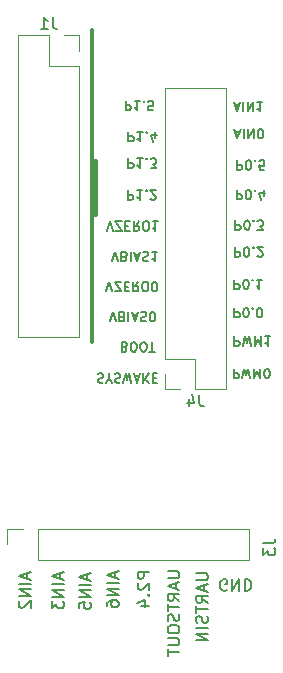
<source format=gbr>
G04 #@! TF.GenerationSoftware,KiCad,Pcbnew,(5.1.2)-1*
G04 #@! TF.CreationDate,2022-05-17T10:22:14-05:00*
G04 #@! TF.ProjectId,jtag_gpio_breakout,6a746167-5f67-4706-996f-5f627265616b,rev?*
G04 #@! TF.SameCoordinates,Original*
G04 #@! TF.FileFunction,Legend,Bot*
G04 #@! TF.FilePolarity,Positive*
%FSLAX46Y46*%
G04 Gerber Fmt 4.6, Leading zero omitted, Abs format (unit mm)*
G04 Created by KiCad (PCBNEW (5.1.2)-1) date 2022-05-17 10:22:14*
%MOMM*%
%LPD*%
G04 APERTURE LIST*
%ADD10C,0.150000*%
%ADD11C,0.300000*%
%ADD12C,0.200000*%
%ADD13C,0.120000*%
G04 APERTURE END LIST*
D10*
X149788095Y-111288095D02*
X149788095Y-112088095D01*
X150092857Y-112088095D01*
X150169047Y-112050000D01*
X150207142Y-112011904D01*
X150245238Y-111935714D01*
X150245238Y-111821428D01*
X150207142Y-111745238D01*
X150169047Y-111707142D01*
X150092857Y-111669047D01*
X149788095Y-111669047D01*
X150740476Y-112088095D02*
X150816666Y-112088095D01*
X150892857Y-112050000D01*
X150930952Y-112011904D01*
X150969047Y-111935714D01*
X151007142Y-111783333D01*
X151007142Y-111592857D01*
X150969047Y-111440476D01*
X150930952Y-111364285D01*
X150892857Y-111326190D01*
X150816666Y-111288095D01*
X150740476Y-111288095D01*
X150664285Y-111326190D01*
X150626190Y-111364285D01*
X150588095Y-111440476D01*
X150550000Y-111592857D01*
X150550000Y-111783333D01*
X150588095Y-111935714D01*
X150626190Y-112011904D01*
X150664285Y-112050000D01*
X150740476Y-112088095D01*
X151350000Y-111364285D02*
X151388095Y-111326190D01*
X151350000Y-111288095D01*
X151311904Y-111326190D01*
X151350000Y-111364285D01*
X151350000Y-111288095D01*
X151692857Y-112011904D02*
X151730952Y-112050000D01*
X151807142Y-112088095D01*
X151997619Y-112088095D01*
X152073809Y-112050000D01*
X152111904Y-112011904D01*
X152150000Y-111935714D01*
X152150000Y-111859523D01*
X152111904Y-111745238D01*
X151654761Y-111288095D01*
X152150000Y-111288095D01*
D11*
X138000000Y-108600000D02*
X137700000Y-108600000D01*
X138000000Y-104000000D02*
X137700000Y-104000000D01*
X138000000Y-104000000D02*
X138000000Y-108600000D01*
X137700000Y-92950000D02*
X137700000Y-119350000D01*
D12*
X146502380Y-138916666D02*
X147311904Y-138916666D01*
X147407142Y-138964285D01*
X147454761Y-139011904D01*
X147502380Y-139107142D01*
X147502380Y-139297619D01*
X147454761Y-139392857D01*
X147407142Y-139440476D01*
X147311904Y-139488095D01*
X146502380Y-139488095D01*
X147216666Y-139916666D02*
X147216666Y-140392857D01*
X147502380Y-139821428D02*
X146502380Y-140154761D01*
X147502380Y-140488095D01*
X147502380Y-141392857D02*
X147026190Y-141059523D01*
X147502380Y-140821428D02*
X146502380Y-140821428D01*
X146502380Y-141202380D01*
X146550000Y-141297619D01*
X146597619Y-141345238D01*
X146692857Y-141392857D01*
X146835714Y-141392857D01*
X146930952Y-141345238D01*
X146978571Y-141297619D01*
X147026190Y-141202380D01*
X147026190Y-140821428D01*
X146502380Y-141678571D02*
X146502380Y-142250000D01*
X147502380Y-141964285D02*
X146502380Y-141964285D01*
X147454761Y-142535714D02*
X147502380Y-142678571D01*
X147502380Y-142916666D01*
X147454761Y-143011904D01*
X147407142Y-143059523D01*
X147311904Y-143107142D01*
X147216666Y-143107142D01*
X147121428Y-143059523D01*
X147073809Y-143011904D01*
X147026190Y-142916666D01*
X146978571Y-142726190D01*
X146930952Y-142630952D01*
X146883333Y-142583333D01*
X146788095Y-142535714D01*
X146692857Y-142535714D01*
X146597619Y-142583333D01*
X146550000Y-142630952D01*
X146502380Y-142726190D01*
X146502380Y-142964285D01*
X146550000Y-143107142D01*
X147502380Y-143535714D02*
X146502380Y-143535714D01*
X147502380Y-144011904D02*
X146502380Y-144011904D01*
X147502380Y-144583333D01*
X146502380Y-144583333D01*
X144102380Y-138750000D02*
X144911904Y-138750000D01*
X145007142Y-138797619D01*
X145054761Y-138845238D01*
X145102380Y-138940476D01*
X145102380Y-139130952D01*
X145054761Y-139226190D01*
X145007142Y-139273809D01*
X144911904Y-139321428D01*
X144102380Y-139321428D01*
X144816666Y-139750000D02*
X144816666Y-140226190D01*
X145102380Y-139654761D02*
X144102380Y-139988095D01*
X145102380Y-140321428D01*
X145102380Y-141226190D02*
X144626190Y-140892857D01*
X145102380Y-140654761D02*
X144102380Y-140654761D01*
X144102380Y-141035714D01*
X144150000Y-141130952D01*
X144197619Y-141178571D01*
X144292857Y-141226190D01*
X144435714Y-141226190D01*
X144530952Y-141178571D01*
X144578571Y-141130952D01*
X144626190Y-141035714D01*
X144626190Y-140654761D01*
X144102380Y-141511904D02*
X144102380Y-142083333D01*
X145102380Y-141797619D02*
X144102380Y-141797619D01*
X145054761Y-142369047D02*
X145102380Y-142511904D01*
X145102380Y-142750000D01*
X145054761Y-142845238D01*
X145007142Y-142892857D01*
X144911904Y-142940476D01*
X144816666Y-142940476D01*
X144721428Y-142892857D01*
X144673809Y-142845238D01*
X144626190Y-142750000D01*
X144578571Y-142559523D01*
X144530952Y-142464285D01*
X144483333Y-142416666D01*
X144388095Y-142369047D01*
X144292857Y-142369047D01*
X144197619Y-142416666D01*
X144150000Y-142464285D01*
X144102380Y-142559523D01*
X144102380Y-142797619D01*
X144150000Y-142940476D01*
X144102380Y-143559523D02*
X144102380Y-143750000D01*
X144150000Y-143845238D01*
X144245238Y-143940476D01*
X144435714Y-143988095D01*
X144769047Y-143988095D01*
X144959523Y-143940476D01*
X145054761Y-143845238D01*
X145102380Y-143750000D01*
X145102380Y-143559523D01*
X145054761Y-143464285D01*
X144959523Y-143369047D01*
X144769047Y-143321428D01*
X144435714Y-143321428D01*
X144245238Y-143369047D01*
X144150000Y-143464285D01*
X144102380Y-143559523D01*
X144102380Y-144416666D02*
X144911904Y-144416666D01*
X145007142Y-144464285D01*
X145054761Y-144511904D01*
X145102380Y-144607142D01*
X145102380Y-144797619D01*
X145054761Y-144892857D01*
X145007142Y-144940476D01*
X144911904Y-144988095D01*
X144102380Y-144988095D01*
X144102380Y-145321428D02*
X144102380Y-145892857D01*
X145102380Y-145607142D02*
X144102380Y-145607142D01*
D10*
X149088095Y-140350000D02*
X148992857Y-140397619D01*
X148850000Y-140397619D01*
X148707142Y-140350000D01*
X148611904Y-140254761D01*
X148564285Y-140159523D01*
X148516666Y-139969047D01*
X148516666Y-139826190D01*
X148564285Y-139635714D01*
X148611904Y-139540476D01*
X148707142Y-139445238D01*
X148850000Y-139397619D01*
X148945238Y-139397619D01*
X149088095Y-139445238D01*
X149135714Y-139492857D01*
X149135714Y-139826190D01*
X148945238Y-139826190D01*
X149564285Y-139397619D02*
X149564285Y-140397619D01*
X150135714Y-139397619D01*
X150135714Y-140397619D01*
X150611904Y-139397619D02*
X150611904Y-140397619D01*
X150850000Y-140397619D01*
X150992857Y-140350000D01*
X151088095Y-140254761D01*
X151135714Y-140159523D01*
X151183333Y-139969047D01*
X151183333Y-139826190D01*
X151135714Y-139635714D01*
X151088095Y-139540476D01*
X150992857Y-139445238D01*
X150850000Y-139397619D01*
X150611904Y-139397619D01*
X132216666Y-138873809D02*
X132216666Y-139350000D01*
X132502380Y-138778571D02*
X131502380Y-139111904D01*
X132502380Y-139445238D01*
X132502380Y-139778571D02*
X131502380Y-139778571D01*
X132502380Y-140254761D02*
X131502380Y-140254761D01*
X132502380Y-140826190D01*
X131502380Y-140826190D01*
X131597619Y-141254761D02*
X131550000Y-141302380D01*
X131502380Y-141397619D01*
X131502380Y-141635714D01*
X131550000Y-141730952D01*
X131597619Y-141778571D01*
X131692857Y-141826190D01*
X131788095Y-141826190D01*
X131930952Y-141778571D01*
X132502380Y-141207142D01*
X132502380Y-141826190D01*
X135016666Y-138923809D02*
X135016666Y-139400000D01*
X135302380Y-138828571D02*
X134302380Y-139161904D01*
X135302380Y-139495238D01*
X135302380Y-139828571D02*
X134302380Y-139828571D01*
X135302380Y-140304761D02*
X134302380Y-140304761D01*
X135302380Y-140876190D01*
X134302380Y-140876190D01*
X134302380Y-141257142D02*
X134302380Y-141876190D01*
X134683333Y-141542857D01*
X134683333Y-141685714D01*
X134730952Y-141780952D01*
X134778571Y-141828571D01*
X134873809Y-141876190D01*
X135111904Y-141876190D01*
X135207142Y-141828571D01*
X135254761Y-141780952D01*
X135302380Y-141685714D01*
X135302380Y-141400000D01*
X135254761Y-141304761D01*
X135207142Y-141257142D01*
X137316666Y-138973809D02*
X137316666Y-139450000D01*
X137602380Y-138878571D02*
X136602380Y-139211904D01*
X137602380Y-139545238D01*
X137602380Y-139878571D02*
X136602380Y-139878571D01*
X137602380Y-140354761D02*
X136602380Y-140354761D01*
X137602380Y-140926190D01*
X136602380Y-140926190D01*
X136602380Y-141878571D02*
X136602380Y-141402380D01*
X137078571Y-141354761D01*
X137030952Y-141402380D01*
X136983333Y-141497619D01*
X136983333Y-141735714D01*
X137030952Y-141830952D01*
X137078571Y-141878571D01*
X137173809Y-141926190D01*
X137411904Y-141926190D01*
X137507142Y-141878571D01*
X137554761Y-141830952D01*
X137602380Y-141735714D01*
X137602380Y-141497619D01*
X137554761Y-141402380D01*
X137507142Y-141354761D01*
X139666666Y-138823809D02*
X139666666Y-139300000D01*
X139952380Y-138728571D02*
X138952380Y-139061904D01*
X139952380Y-139395238D01*
X139952380Y-139728571D02*
X138952380Y-139728571D01*
X139952380Y-140204761D02*
X138952380Y-140204761D01*
X139952380Y-140776190D01*
X138952380Y-140776190D01*
X138952380Y-141680952D02*
X138952380Y-141490476D01*
X139000000Y-141395238D01*
X139047619Y-141347619D01*
X139190476Y-141252380D01*
X139380952Y-141204761D01*
X139761904Y-141204761D01*
X139857142Y-141252380D01*
X139904761Y-141300000D01*
X139952380Y-141395238D01*
X139952380Y-141585714D01*
X139904761Y-141680952D01*
X139857142Y-141728571D01*
X139761904Y-141776190D01*
X139523809Y-141776190D01*
X139428571Y-141728571D01*
X139380952Y-141680952D01*
X139333333Y-141585714D01*
X139333333Y-141395238D01*
X139380952Y-141300000D01*
X139428571Y-141252380D01*
X139523809Y-141204761D01*
X142552380Y-138797619D02*
X141552380Y-138797619D01*
X141552380Y-139178571D01*
X141600000Y-139273809D01*
X141647619Y-139321428D01*
X141742857Y-139369047D01*
X141885714Y-139369047D01*
X141980952Y-139321428D01*
X142028571Y-139273809D01*
X142076190Y-139178571D01*
X142076190Y-138797619D01*
X141647619Y-139750000D02*
X141600000Y-139797619D01*
X141552380Y-139892857D01*
X141552380Y-140130952D01*
X141600000Y-140226190D01*
X141647619Y-140273809D01*
X141742857Y-140321428D01*
X141838095Y-140321428D01*
X141980952Y-140273809D01*
X142552380Y-139702380D01*
X142552380Y-140321428D01*
X142457142Y-140750000D02*
X142504761Y-140797619D01*
X142552380Y-140750000D01*
X142504761Y-140702380D01*
X142457142Y-140750000D01*
X142552380Y-140750000D01*
X141885714Y-141654761D02*
X142552380Y-141654761D01*
X141504761Y-141416666D02*
X142219047Y-141178571D01*
X142219047Y-141797619D01*
X149769047Y-99216666D02*
X150150000Y-99216666D01*
X149692857Y-98988095D02*
X149959523Y-99788095D01*
X150226190Y-98988095D01*
X150492857Y-98988095D02*
X150492857Y-99788095D01*
X150873809Y-98988095D02*
X150873809Y-99788095D01*
X151330952Y-98988095D01*
X151330952Y-99788095D01*
X152130952Y-98988095D02*
X151673809Y-98988095D01*
X151902380Y-98988095D02*
X151902380Y-99788095D01*
X151826190Y-99673809D01*
X151750000Y-99597619D01*
X151673809Y-99559523D01*
X149819047Y-101516666D02*
X150200000Y-101516666D01*
X149742857Y-101288095D02*
X150009523Y-102088095D01*
X150276190Y-101288095D01*
X150542857Y-101288095D02*
X150542857Y-102088095D01*
X150923809Y-101288095D02*
X150923809Y-102088095D01*
X151380952Y-101288095D01*
X151380952Y-102088095D01*
X151914285Y-102088095D02*
X151990476Y-102088095D01*
X152066666Y-102050000D01*
X152104761Y-102011904D01*
X152142857Y-101935714D01*
X152180952Y-101783333D01*
X152180952Y-101592857D01*
X152142857Y-101440476D01*
X152104761Y-101364285D01*
X152066666Y-101326190D01*
X151990476Y-101288095D01*
X151914285Y-101288095D01*
X151838095Y-101326190D01*
X151800000Y-101364285D01*
X151761904Y-101440476D01*
X151723809Y-101592857D01*
X151723809Y-101783333D01*
X151761904Y-101935714D01*
X151800000Y-102011904D01*
X151838095Y-102050000D01*
X151914285Y-102088095D01*
X149938095Y-103938095D02*
X149938095Y-104738095D01*
X150242857Y-104738095D01*
X150319047Y-104700000D01*
X150357142Y-104661904D01*
X150395238Y-104585714D01*
X150395238Y-104471428D01*
X150357142Y-104395238D01*
X150319047Y-104357142D01*
X150242857Y-104319047D01*
X149938095Y-104319047D01*
X150890476Y-104738095D02*
X150966666Y-104738095D01*
X151042857Y-104700000D01*
X151080952Y-104661904D01*
X151119047Y-104585714D01*
X151157142Y-104433333D01*
X151157142Y-104242857D01*
X151119047Y-104090476D01*
X151080952Y-104014285D01*
X151042857Y-103976190D01*
X150966666Y-103938095D01*
X150890476Y-103938095D01*
X150814285Y-103976190D01*
X150776190Y-104014285D01*
X150738095Y-104090476D01*
X150700000Y-104242857D01*
X150700000Y-104433333D01*
X150738095Y-104585714D01*
X150776190Y-104661904D01*
X150814285Y-104700000D01*
X150890476Y-104738095D01*
X151500000Y-104014285D02*
X151538095Y-103976190D01*
X151500000Y-103938095D01*
X151461904Y-103976190D01*
X151500000Y-104014285D01*
X151500000Y-103938095D01*
X152261904Y-104738095D02*
X151880952Y-104738095D01*
X151842857Y-104357142D01*
X151880952Y-104395238D01*
X151957142Y-104433333D01*
X152147619Y-104433333D01*
X152223809Y-104395238D01*
X152261904Y-104357142D01*
X152300000Y-104280952D01*
X152300000Y-104090476D01*
X152261904Y-104014285D01*
X152223809Y-103976190D01*
X152147619Y-103938095D01*
X151957142Y-103938095D01*
X151880952Y-103976190D01*
X151842857Y-104014285D01*
X149938095Y-106438095D02*
X149938095Y-107238095D01*
X150242857Y-107238095D01*
X150319047Y-107200000D01*
X150357142Y-107161904D01*
X150395238Y-107085714D01*
X150395238Y-106971428D01*
X150357142Y-106895238D01*
X150319047Y-106857142D01*
X150242857Y-106819047D01*
X149938095Y-106819047D01*
X150890476Y-107238095D02*
X150966666Y-107238095D01*
X151042857Y-107200000D01*
X151080952Y-107161904D01*
X151119047Y-107085714D01*
X151157142Y-106933333D01*
X151157142Y-106742857D01*
X151119047Y-106590476D01*
X151080952Y-106514285D01*
X151042857Y-106476190D01*
X150966666Y-106438095D01*
X150890476Y-106438095D01*
X150814285Y-106476190D01*
X150776190Y-106514285D01*
X150738095Y-106590476D01*
X150700000Y-106742857D01*
X150700000Y-106933333D01*
X150738095Y-107085714D01*
X150776190Y-107161904D01*
X150814285Y-107200000D01*
X150890476Y-107238095D01*
X151500000Y-106514285D02*
X151538095Y-106476190D01*
X151500000Y-106438095D01*
X151461904Y-106476190D01*
X151500000Y-106514285D01*
X151500000Y-106438095D01*
X152223809Y-106971428D02*
X152223809Y-106438095D01*
X152033333Y-107276190D02*
X151842857Y-106704761D01*
X152338095Y-106704761D01*
X149838095Y-109030795D02*
X149838095Y-109830795D01*
X150142857Y-109830795D01*
X150219047Y-109792700D01*
X150257142Y-109754604D01*
X150295238Y-109678414D01*
X150295238Y-109564128D01*
X150257142Y-109487938D01*
X150219047Y-109449842D01*
X150142857Y-109411747D01*
X149838095Y-109411747D01*
X150790476Y-109830795D02*
X150866666Y-109830795D01*
X150942857Y-109792700D01*
X150980952Y-109754604D01*
X151019047Y-109678414D01*
X151057142Y-109526033D01*
X151057142Y-109335557D01*
X151019047Y-109183176D01*
X150980952Y-109106985D01*
X150942857Y-109068890D01*
X150866666Y-109030795D01*
X150790476Y-109030795D01*
X150714285Y-109068890D01*
X150676190Y-109106985D01*
X150638095Y-109183176D01*
X150600000Y-109335557D01*
X150600000Y-109526033D01*
X150638095Y-109678414D01*
X150676190Y-109754604D01*
X150714285Y-109792700D01*
X150790476Y-109830795D01*
X151400000Y-109106985D02*
X151438095Y-109068890D01*
X151400000Y-109030795D01*
X151361904Y-109068890D01*
X151400000Y-109106985D01*
X151400000Y-109030795D01*
X151704761Y-109830795D02*
X152200000Y-109830795D01*
X151933333Y-109526033D01*
X152047619Y-109526033D01*
X152123809Y-109487938D01*
X152161904Y-109449842D01*
X152200000Y-109373652D01*
X152200000Y-109183176D01*
X152161904Y-109106985D01*
X152123809Y-109068890D01*
X152047619Y-109030795D01*
X151819047Y-109030795D01*
X151742857Y-109068890D01*
X151704761Y-109106985D01*
X149738095Y-114038095D02*
X149738095Y-114838095D01*
X150042857Y-114838095D01*
X150119047Y-114800000D01*
X150157142Y-114761904D01*
X150195238Y-114685714D01*
X150195238Y-114571428D01*
X150157142Y-114495238D01*
X150119047Y-114457142D01*
X150042857Y-114419047D01*
X149738095Y-114419047D01*
X150690476Y-114838095D02*
X150766666Y-114838095D01*
X150842857Y-114800000D01*
X150880952Y-114761904D01*
X150919047Y-114685714D01*
X150957142Y-114533333D01*
X150957142Y-114342857D01*
X150919047Y-114190476D01*
X150880952Y-114114285D01*
X150842857Y-114076190D01*
X150766666Y-114038095D01*
X150690476Y-114038095D01*
X150614285Y-114076190D01*
X150576190Y-114114285D01*
X150538095Y-114190476D01*
X150500000Y-114342857D01*
X150500000Y-114533333D01*
X150538095Y-114685714D01*
X150576190Y-114761904D01*
X150614285Y-114800000D01*
X150690476Y-114838095D01*
X151300000Y-114114285D02*
X151338095Y-114076190D01*
X151300000Y-114038095D01*
X151261904Y-114076190D01*
X151300000Y-114114285D01*
X151300000Y-114038095D01*
X152100000Y-114038095D02*
X151642857Y-114038095D01*
X151871428Y-114038095D02*
X151871428Y-114838095D01*
X151795238Y-114723809D01*
X151719047Y-114647619D01*
X151642857Y-114609523D01*
X149738095Y-116438095D02*
X149738095Y-117238095D01*
X150042857Y-117238095D01*
X150119047Y-117200000D01*
X150157142Y-117161904D01*
X150195238Y-117085714D01*
X150195238Y-116971428D01*
X150157142Y-116895238D01*
X150119047Y-116857142D01*
X150042857Y-116819047D01*
X149738095Y-116819047D01*
X150690476Y-117238095D02*
X150766666Y-117238095D01*
X150842857Y-117200000D01*
X150880952Y-117161904D01*
X150919047Y-117085714D01*
X150957142Y-116933333D01*
X150957142Y-116742857D01*
X150919047Y-116590476D01*
X150880952Y-116514285D01*
X150842857Y-116476190D01*
X150766666Y-116438095D01*
X150690476Y-116438095D01*
X150614285Y-116476190D01*
X150576190Y-116514285D01*
X150538095Y-116590476D01*
X150500000Y-116742857D01*
X150500000Y-116933333D01*
X150538095Y-117085714D01*
X150576190Y-117161904D01*
X150614285Y-117200000D01*
X150690476Y-117238095D01*
X151300000Y-116514285D02*
X151338095Y-116476190D01*
X151300000Y-116438095D01*
X151261904Y-116476190D01*
X151300000Y-116514285D01*
X151300000Y-116438095D01*
X151833333Y-117238095D02*
X151909523Y-117238095D01*
X151985714Y-117200000D01*
X152023809Y-117161904D01*
X152061904Y-117085714D01*
X152100000Y-116933333D01*
X152100000Y-116742857D01*
X152061904Y-116590476D01*
X152023809Y-116514285D01*
X151985714Y-116476190D01*
X151909523Y-116438095D01*
X151833333Y-116438095D01*
X151757142Y-116476190D01*
X151719047Y-116514285D01*
X151680952Y-116590476D01*
X151642857Y-116742857D01*
X151642857Y-116933333D01*
X151680952Y-117085714D01*
X151719047Y-117161904D01*
X151757142Y-117200000D01*
X151833333Y-117238095D01*
X149745238Y-118838095D02*
X149745238Y-119638095D01*
X150050000Y-119638095D01*
X150126190Y-119600000D01*
X150164285Y-119561904D01*
X150202380Y-119485714D01*
X150202380Y-119371428D01*
X150164285Y-119295238D01*
X150126190Y-119257142D01*
X150050000Y-119219047D01*
X149745238Y-119219047D01*
X150469047Y-119638095D02*
X150659523Y-118838095D01*
X150811904Y-119409523D01*
X150964285Y-118838095D01*
X151154761Y-119638095D01*
X151459523Y-118838095D02*
X151459523Y-119638095D01*
X151726190Y-119066666D01*
X151992857Y-119638095D01*
X151992857Y-118838095D01*
X152792857Y-118838095D02*
X152335714Y-118838095D01*
X152564285Y-118838095D02*
X152564285Y-119638095D01*
X152488095Y-119523809D01*
X152411904Y-119447619D01*
X152335714Y-119409523D01*
X149695238Y-121588095D02*
X149695238Y-122388095D01*
X150000000Y-122388095D01*
X150076190Y-122350000D01*
X150114285Y-122311904D01*
X150152380Y-122235714D01*
X150152380Y-122121428D01*
X150114285Y-122045238D01*
X150076190Y-122007142D01*
X150000000Y-121969047D01*
X149695238Y-121969047D01*
X150419047Y-122388095D02*
X150609523Y-121588095D01*
X150761904Y-122159523D01*
X150914285Y-121588095D01*
X151104761Y-122388095D01*
X151409523Y-121588095D02*
X151409523Y-122388095D01*
X151676190Y-121816666D01*
X151942857Y-122388095D01*
X151942857Y-121588095D01*
X152476190Y-122388095D02*
X152552380Y-122388095D01*
X152628571Y-122350000D01*
X152666666Y-122311904D01*
X152704761Y-122235714D01*
X152742857Y-122083333D01*
X152742857Y-121892857D01*
X152704761Y-121740476D01*
X152666666Y-121664285D01*
X152628571Y-121626190D01*
X152552380Y-121588095D01*
X152476190Y-121588095D01*
X152400000Y-121626190D01*
X152361904Y-121664285D01*
X152323809Y-121740476D01*
X152285714Y-121892857D01*
X152285714Y-122083333D01*
X152323809Y-122235714D01*
X152361904Y-122311904D01*
X152400000Y-122350000D01*
X152476190Y-122388095D01*
X139388095Y-112488095D02*
X139654761Y-111688095D01*
X139921428Y-112488095D01*
X140454761Y-112107142D02*
X140569047Y-112069047D01*
X140607142Y-112030952D01*
X140645238Y-111954761D01*
X140645238Y-111840476D01*
X140607142Y-111764285D01*
X140569047Y-111726190D01*
X140492857Y-111688095D01*
X140188095Y-111688095D01*
X140188095Y-112488095D01*
X140454761Y-112488095D01*
X140530952Y-112450000D01*
X140569047Y-112411904D01*
X140607142Y-112335714D01*
X140607142Y-112259523D01*
X140569047Y-112183333D01*
X140530952Y-112145238D01*
X140454761Y-112107142D01*
X140188095Y-112107142D01*
X140988095Y-111688095D02*
X140988095Y-112488095D01*
X141330952Y-111916666D02*
X141711904Y-111916666D01*
X141254761Y-111688095D02*
X141521428Y-112488095D01*
X141788095Y-111688095D01*
X142016666Y-111726190D02*
X142130952Y-111688095D01*
X142321428Y-111688095D01*
X142397619Y-111726190D01*
X142435714Y-111764285D01*
X142473809Y-111840476D01*
X142473809Y-111916666D01*
X142435714Y-111992857D01*
X142397619Y-112030952D01*
X142321428Y-112069047D01*
X142169047Y-112107142D01*
X142092857Y-112145238D01*
X142054761Y-112183333D01*
X142016666Y-112259523D01*
X142016666Y-112335714D01*
X142054761Y-112411904D01*
X142092857Y-112450000D01*
X142169047Y-112488095D01*
X142359523Y-112488095D01*
X142473809Y-112450000D01*
X143235714Y-111688095D02*
X142778571Y-111688095D01*
X143007142Y-111688095D02*
X143007142Y-112488095D01*
X142930952Y-112373809D01*
X142854761Y-112297619D01*
X142778571Y-112259523D01*
X138940476Y-109888095D02*
X139207142Y-109088095D01*
X139473809Y-109888095D01*
X139664285Y-109888095D02*
X140197619Y-109888095D01*
X139664285Y-109088095D01*
X140197619Y-109088095D01*
X140502380Y-109507142D02*
X140769047Y-109507142D01*
X140883333Y-109088095D02*
X140502380Y-109088095D01*
X140502380Y-109888095D01*
X140883333Y-109888095D01*
X141683333Y-109088095D02*
X141416666Y-109469047D01*
X141226190Y-109088095D02*
X141226190Y-109888095D01*
X141530952Y-109888095D01*
X141607142Y-109850000D01*
X141645238Y-109811904D01*
X141683333Y-109735714D01*
X141683333Y-109621428D01*
X141645238Y-109545238D01*
X141607142Y-109507142D01*
X141530952Y-109469047D01*
X141226190Y-109469047D01*
X142178571Y-109888095D02*
X142330952Y-109888095D01*
X142407142Y-109850000D01*
X142483333Y-109773809D01*
X142521428Y-109621428D01*
X142521428Y-109354761D01*
X142483333Y-109202380D01*
X142407142Y-109126190D01*
X142330952Y-109088095D01*
X142178571Y-109088095D01*
X142102380Y-109126190D01*
X142026190Y-109202380D01*
X141988095Y-109354761D01*
X141988095Y-109621428D01*
X142026190Y-109773809D01*
X142102380Y-109850000D01*
X142178571Y-109888095D01*
X143283333Y-109088095D02*
X142826190Y-109088095D01*
X143054761Y-109088095D02*
X143054761Y-109888095D01*
X142978571Y-109773809D01*
X142902380Y-109697619D01*
X142826190Y-109659523D01*
X140538095Y-98888095D02*
X140538095Y-99688095D01*
X140842857Y-99688095D01*
X140919047Y-99650000D01*
X140957142Y-99611904D01*
X140995238Y-99535714D01*
X140995238Y-99421428D01*
X140957142Y-99345238D01*
X140919047Y-99307142D01*
X140842857Y-99269047D01*
X140538095Y-99269047D01*
X141757142Y-98888095D02*
X141300000Y-98888095D01*
X141528571Y-98888095D02*
X141528571Y-99688095D01*
X141452380Y-99573809D01*
X141376190Y-99497619D01*
X141300000Y-99459523D01*
X142100000Y-98964285D02*
X142138095Y-98926190D01*
X142100000Y-98888095D01*
X142061904Y-98926190D01*
X142100000Y-98964285D01*
X142100000Y-98888095D01*
X142861904Y-99688095D02*
X142480952Y-99688095D01*
X142442857Y-99307142D01*
X142480952Y-99345238D01*
X142557142Y-99383333D01*
X142747619Y-99383333D01*
X142823809Y-99345238D01*
X142861904Y-99307142D01*
X142900000Y-99230952D01*
X142900000Y-99040476D01*
X142861904Y-98964285D01*
X142823809Y-98926190D01*
X142747619Y-98888095D01*
X142557142Y-98888095D01*
X142480952Y-98926190D01*
X142442857Y-98964285D01*
X140788095Y-101538095D02*
X140788095Y-102338095D01*
X141092857Y-102338095D01*
X141169047Y-102300000D01*
X141207142Y-102261904D01*
X141245238Y-102185714D01*
X141245238Y-102071428D01*
X141207142Y-101995238D01*
X141169047Y-101957142D01*
X141092857Y-101919047D01*
X140788095Y-101919047D01*
X142007142Y-101538095D02*
X141550000Y-101538095D01*
X141778571Y-101538095D02*
X141778571Y-102338095D01*
X141702380Y-102223809D01*
X141626190Y-102147619D01*
X141550000Y-102109523D01*
X142350000Y-101614285D02*
X142388095Y-101576190D01*
X142350000Y-101538095D01*
X142311904Y-101576190D01*
X142350000Y-101614285D01*
X142350000Y-101538095D01*
X143073809Y-102071428D02*
X143073809Y-101538095D01*
X142883333Y-102376190D02*
X142692857Y-101804761D01*
X143188095Y-101804761D01*
X140788095Y-103788095D02*
X140788095Y-104588095D01*
X141092857Y-104588095D01*
X141169047Y-104550000D01*
X141207142Y-104511904D01*
X141245238Y-104435714D01*
X141245238Y-104321428D01*
X141207142Y-104245238D01*
X141169047Y-104207142D01*
X141092857Y-104169047D01*
X140788095Y-104169047D01*
X142007142Y-103788095D02*
X141550000Y-103788095D01*
X141778571Y-103788095D02*
X141778571Y-104588095D01*
X141702380Y-104473809D01*
X141626190Y-104397619D01*
X141550000Y-104359523D01*
X142350000Y-103864285D02*
X142388095Y-103826190D01*
X142350000Y-103788095D01*
X142311904Y-103826190D01*
X142350000Y-103864285D01*
X142350000Y-103788095D01*
X142654761Y-104588095D02*
X143150000Y-104588095D01*
X142883333Y-104283333D01*
X142997619Y-104283333D01*
X143073809Y-104245238D01*
X143111904Y-104207142D01*
X143150000Y-104130952D01*
X143150000Y-103940476D01*
X143111904Y-103864285D01*
X143073809Y-103826190D01*
X142997619Y-103788095D01*
X142769047Y-103788095D01*
X142692857Y-103826190D01*
X142654761Y-103864285D01*
X140738095Y-106488095D02*
X140738095Y-107288095D01*
X141042857Y-107288095D01*
X141119047Y-107250000D01*
X141157142Y-107211904D01*
X141195238Y-107135714D01*
X141195238Y-107021428D01*
X141157142Y-106945238D01*
X141119047Y-106907142D01*
X141042857Y-106869047D01*
X140738095Y-106869047D01*
X141957142Y-106488095D02*
X141500000Y-106488095D01*
X141728571Y-106488095D02*
X141728571Y-107288095D01*
X141652380Y-107173809D01*
X141576190Y-107097619D01*
X141500000Y-107059523D01*
X142300000Y-106564285D02*
X142338095Y-106526190D01*
X142300000Y-106488095D01*
X142261904Y-106526190D01*
X142300000Y-106564285D01*
X142300000Y-106488095D01*
X142642857Y-107211904D02*
X142680952Y-107250000D01*
X142757142Y-107288095D01*
X142947619Y-107288095D01*
X143023809Y-107250000D01*
X143061904Y-107211904D01*
X143100000Y-107135714D01*
X143100000Y-107059523D01*
X143061904Y-106945238D01*
X142604761Y-106488095D01*
X143100000Y-106488095D01*
X138890476Y-115038095D02*
X139157142Y-114238095D01*
X139423809Y-115038095D01*
X139614285Y-115038095D02*
X140147619Y-115038095D01*
X139614285Y-114238095D01*
X140147619Y-114238095D01*
X140452380Y-114657142D02*
X140719047Y-114657142D01*
X140833333Y-114238095D02*
X140452380Y-114238095D01*
X140452380Y-115038095D01*
X140833333Y-115038095D01*
X141633333Y-114238095D02*
X141366666Y-114619047D01*
X141176190Y-114238095D02*
X141176190Y-115038095D01*
X141480952Y-115038095D01*
X141557142Y-115000000D01*
X141595238Y-114961904D01*
X141633333Y-114885714D01*
X141633333Y-114771428D01*
X141595238Y-114695238D01*
X141557142Y-114657142D01*
X141480952Y-114619047D01*
X141176190Y-114619047D01*
X142128571Y-115038095D02*
X142280952Y-115038095D01*
X142357142Y-115000000D01*
X142433333Y-114923809D01*
X142471428Y-114771428D01*
X142471428Y-114504761D01*
X142433333Y-114352380D01*
X142357142Y-114276190D01*
X142280952Y-114238095D01*
X142128571Y-114238095D01*
X142052380Y-114276190D01*
X141976190Y-114352380D01*
X141938095Y-114504761D01*
X141938095Y-114771428D01*
X141976190Y-114923809D01*
X142052380Y-115000000D01*
X142128571Y-115038095D01*
X142966666Y-115038095D02*
X143042857Y-115038095D01*
X143119047Y-115000000D01*
X143157142Y-114961904D01*
X143195238Y-114885714D01*
X143233333Y-114733333D01*
X143233333Y-114542857D01*
X143195238Y-114390476D01*
X143157142Y-114314285D01*
X143119047Y-114276190D01*
X143042857Y-114238095D01*
X142966666Y-114238095D01*
X142890476Y-114276190D01*
X142852380Y-114314285D01*
X142814285Y-114390476D01*
X142776190Y-114542857D01*
X142776190Y-114733333D01*
X142814285Y-114885714D01*
X142852380Y-114961904D01*
X142890476Y-115000000D01*
X142966666Y-115038095D01*
X139188095Y-117588095D02*
X139454761Y-116788095D01*
X139721428Y-117588095D01*
X140254761Y-117207142D02*
X140369047Y-117169047D01*
X140407142Y-117130952D01*
X140445238Y-117054761D01*
X140445238Y-116940476D01*
X140407142Y-116864285D01*
X140369047Y-116826190D01*
X140292857Y-116788095D01*
X139988095Y-116788095D01*
X139988095Y-117588095D01*
X140254761Y-117588095D01*
X140330952Y-117550000D01*
X140369047Y-117511904D01*
X140407142Y-117435714D01*
X140407142Y-117359523D01*
X140369047Y-117283333D01*
X140330952Y-117245238D01*
X140254761Y-117207142D01*
X139988095Y-117207142D01*
X140788095Y-116788095D02*
X140788095Y-117588095D01*
X141130952Y-117016666D02*
X141511904Y-117016666D01*
X141054761Y-116788095D02*
X141321428Y-117588095D01*
X141588095Y-116788095D01*
X141816666Y-116826190D02*
X141930952Y-116788095D01*
X142121428Y-116788095D01*
X142197619Y-116826190D01*
X142235714Y-116864285D01*
X142273809Y-116940476D01*
X142273809Y-117016666D01*
X142235714Y-117092857D01*
X142197619Y-117130952D01*
X142121428Y-117169047D01*
X141969047Y-117207142D01*
X141892857Y-117245238D01*
X141854761Y-117283333D01*
X141816666Y-117359523D01*
X141816666Y-117435714D01*
X141854761Y-117511904D01*
X141892857Y-117550000D01*
X141969047Y-117588095D01*
X142159523Y-117588095D01*
X142273809Y-117550000D01*
X142769047Y-117588095D02*
X142845238Y-117588095D01*
X142921428Y-117550000D01*
X142959523Y-117511904D01*
X142997619Y-117435714D01*
X143035714Y-117283333D01*
X143035714Y-117092857D01*
X142997619Y-116940476D01*
X142959523Y-116864285D01*
X142921428Y-116826190D01*
X142845238Y-116788095D01*
X142769047Y-116788095D01*
X142692857Y-116826190D01*
X142654761Y-116864285D01*
X142616666Y-116940476D01*
X142578571Y-117092857D01*
X142578571Y-117283333D01*
X142616666Y-117435714D01*
X142654761Y-117511904D01*
X142692857Y-117550000D01*
X142769047Y-117588095D01*
X140464285Y-119757142D02*
X140578571Y-119719047D01*
X140616666Y-119680952D01*
X140654761Y-119604761D01*
X140654761Y-119490476D01*
X140616666Y-119414285D01*
X140578571Y-119376190D01*
X140502380Y-119338095D01*
X140197619Y-119338095D01*
X140197619Y-120138095D01*
X140464285Y-120138095D01*
X140540476Y-120100000D01*
X140578571Y-120061904D01*
X140616666Y-119985714D01*
X140616666Y-119909523D01*
X140578571Y-119833333D01*
X140540476Y-119795238D01*
X140464285Y-119757142D01*
X140197619Y-119757142D01*
X141150000Y-120138095D02*
X141302380Y-120138095D01*
X141378571Y-120100000D01*
X141454761Y-120023809D01*
X141492857Y-119871428D01*
X141492857Y-119604761D01*
X141454761Y-119452380D01*
X141378571Y-119376190D01*
X141302380Y-119338095D01*
X141150000Y-119338095D01*
X141073809Y-119376190D01*
X140997619Y-119452380D01*
X140959523Y-119604761D01*
X140959523Y-119871428D01*
X140997619Y-120023809D01*
X141073809Y-120100000D01*
X141150000Y-120138095D01*
X141988095Y-120138095D02*
X142140476Y-120138095D01*
X142216666Y-120100000D01*
X142292857Y-120023809D01*
X142330952Y-119871428D01*
X142330952Y-119604761D01*
X142292857Y-119452380D01*
X142216666Y-119376190D01*
X142140476Y-119338095D01*
X141988095Y-119338095D01*
X141911904Y-119376190D01*
X141835714Y-119452380D01*
X141797619Y-119604761D01*
X141797619Y-119871428D01*
X141835714Y-120023809D01*
X141911904Y-120100000D01*
X141988095Y-120138095D01*
X142559523Y-120138095D02*
X143016666Y-120138095D01*
X142788095Y-119338095D02*
X142788095Y-120138095D01*
X138185714Y-122026190D02*
X138300000Y-121988095D01*
X138490476Y-121988095D01*
X138566666Y-122026190D01*
X138604761Y-122064285D01*
X138642857Y-122140476D01*
X138642857Y-122216666D01*
X138604761Y-122292857D01*
X138566666Y-122330952D01*
X138490476Y-122369047D01*
X138338095Y-122407142D01*
X138261904Y-122445238D01*
X138223809Y-122483333D01*
X138185714Y-122559523D01*
X138185714Y-122635714D01*
X138223809Y-122711904D01*
X138261904Y-122750000D01*
X138338095Y-122788095D01*
X138528571Y-122788095D01*
X138642857Y-122750000D01*
X139138095Y-122369047D02*
X139138095Y-121988095D01*
X138871428Y-122788095D02*
X139138095Y-122369047D01*
X139404761Y-122788095D01*
X139633333Y-122026190D02*
X139747619Y-121988095D01*
X139938095Y-121988095D01*
X140014285Y-122026190D01*
X140052380Y-122064285D01*
X140090476Y-122140476D01*
X140090476Y-122216666D01*
X140052380Y-122292857D01*
X140014285Y-122330952D01*
X139938095Y-122369047D01*
X139785714Y-122407142D01*
X139709523Y-122445238D01*
X139671428Y-122483333D01*
X139633333Y-122559523D01*
X139633333Y-122635714D01*
X139671428Y-122711904D01*
X139709523Y-122750000D01*
X139785714Y-122788095D01*
X139976190Y-122788095D01*
X140090476Y-122750000D01*
X140357142Y-122788095D02*
X140547619Y-121988095D01*
X140700000Y-122559523D01*
X140852380Y-121988095D01*
X141042857Y-122788095D01*
X141309523Y-122216666D02*
X141690476Y-122216666D01*
X141233333Y-121988095D02*
X141500000Y-122788095D01*
X141766666Y-121988095D01*
X142033333Y-121988095D02*
X142033333Y-122788095D01*
X142490476Y-121988095D02*
X142147619Y-122445238D01*
X142490476Y-122788095D02*
X142033333Y-122330952D01*
X142833333Y-122407142D02*
X143100000Y-122407142D01*
X143214285Y-121988095D02*
X142833333Y-121988095D01*
X142833333Y-122788095D01*
X143214285Y-122788095D01*
D13*
X136630000Y-118890000D02*
X131430000Y-118890000D01*
X136630000Y-95970000D02*
X136630000Y-118890000D01*
X131430000Y-93370000D02*
X131430000Y-118890000D01*
X136630000Y-95970000D02*
X134030000Y-95970000D01*
X134030000Y-95970000D02*
X134030000Y-93370000D01*
X134030000Y-93370000D02*
X131430000Y-93370000D01*
X136630000Y-94700000D02*
X136630000Y-93370000D01*
X136630000Y-93370000D02*
X135300000Y-93370000D01*
X150980000Y-135120000D02*
X150980000Y-137780000D01*
X133140000Y-135120000D02*
X150980000Y-135120000D01*
X133140000Y-137780000D02*
X150980000Y-137780000D01*
X133140000Y-135120000D02*
X133140000Y-137780000D01*
X131870000Y-135120000D02*
X130540000Y-135120000D01*
X130540000Y-135120000D02*
X130540000Y-136450000D01*
X143860000Y-123330000D02*
X145190000Y-123330000D01*
X143860000Y-122000000D02*
X143860000Y-123330000D01*
X146460000Y-123330000D02*
X149060000Y-123330000D01*
X146460000Y-120730000D02*
X146460000Y-123330000D01*
X143860000Y-120730000D02*
X146460000Y-120730000D01*
X149060000Y-123330000D02*
X149060000Y-97810000D01*
X143860000Y-120730000D02*
X143860000Y-97810000D01*
X143860000Y-97810000D02*
X149060000Y-97810000D01*
D10*
X134363333Y-91822380D02*
X134363333Y-92536666D01*
X134410952Y-92679523D01*
X134506190Y-92774761D01*
X134649047Y-92822380D01*
X134744285Y-92822380D01*
X133363333Y-92822380D02*
X133934761Y-92822380D01*
X133649047Y-92822380D02*
X133649047Y-91822380D01*
X133744285Y-91965238D01*
X133839523Y-92060476D01*
X133934761Y-92108095D01*
X152202380Y-136366666D02*
X152916666Y-136366666D01*
X153059523Y-136319047D01*
X153154761Y-136223809D01*
X153202380Y-136080952D01*
X153202380Y-135985714D01*
X152202380Y-136747619D02*
X152202380Y-137366666D01*
X152583333Y-137033333D01*
X152583333Y-137176190D01*
X152630952Y-137271428D01*
X152678571Y-137319047D01*
X152773809Y-137366666D01*
X153011904Y-137366666D01*
X153107142Y-137319047D01*
X153154761Y-137271428D01*
X153202380Y-137176190D01*
X153202380Y-136890476D01*
X153154761Y-136795238D01*
X153107142Y-136747619D01*
X146793333Y-123782380D02*
X146793333Y-124496666D01*
X146840952Y-124639523D01*
X146936190Y-124734761D01*
X147079047Y-124782380D01*
X147174285Y-124782380D01*
X145888571Y-124115714D02*
X145888571Y-124782380D01*
X146126666Y-123734761D02*
X146364761Y-124449047D01*
X145745714Y-124449047D01*
M02*

</source>
